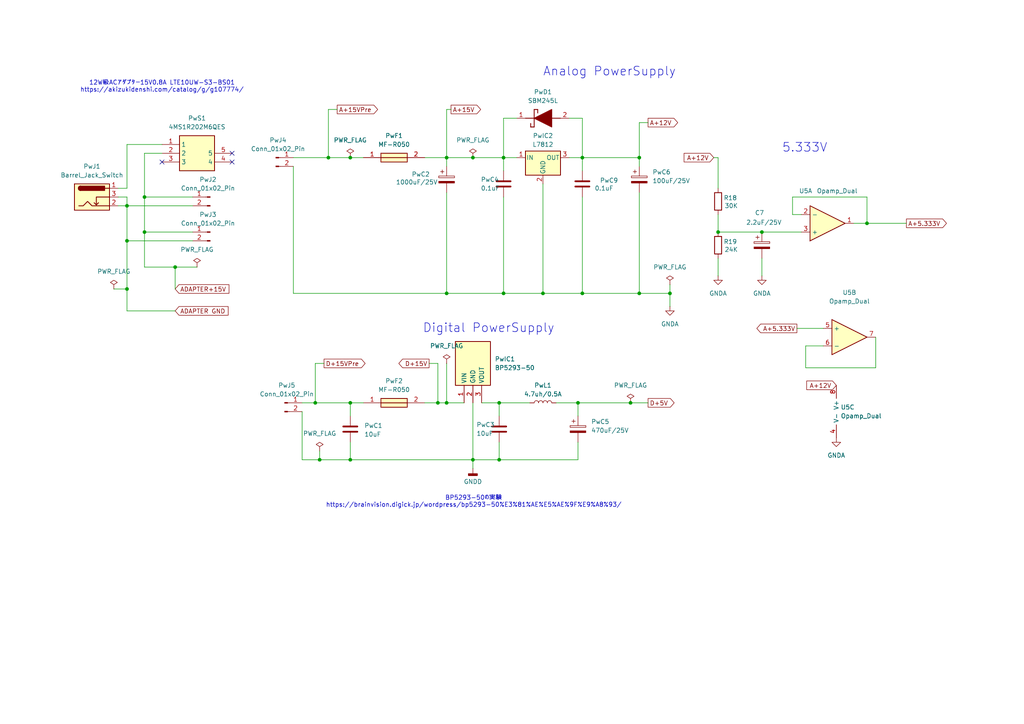
<source format=kicad_sch>
(kicad_sch (version 20231120) (generator "eeschema") (generator_version "8.0")
  (paper "A4")
  (lib_symbols
    (symbol "Connector:Barrel_Jack_Switch" (pin_names hide)
      (property "Reference" "J" (at 0 5.334 0))
      (property "Value" "Barrel_Jack_Switch" (at 0 -5.08 0))
      (symbol "Barrel_Jack_Switch_0_1"
        (rectangle (start -5.08 3.81) (end 5.08 -3.81) (stroke (width 0.254)) (fill (type background)))
        (arc (start -3.302 3.175) (mid -3.9343 2.54) (end -3.302 1.905) (stroke (width 0.254)))
        (arc (start -3.302 3.175) (mid -3.9343 2.54) (end -3.302 1.905) (stroke (width 0.254)) (fill (type outline)))
        (polyline (pts (xy 1.27 -2.286) (xy 1.905 -1.651)) (stroke (width 0.254)))
        (polyline (pts (xy 5.08 2.54) (xy 3.81 2.54)) (stroke (width 0.254)))
        (polyline (pts (xy 5.08 0) (xy 1.27 0) (xy 1.27 -2.286) (xy 0.635 -1.651)) (stroke (width 0.254)))
        (polyline (pts (xy -3.81 -2.54) (xy -2.54 -2.54) (xy -1.27 -1.27) (xy 0 -2.54) (xy 2.54 -2.54) (xy 5.08 -2.54)) (stroke (width 0.254)))
        (rectangle (start 3.683 3.175) (end -3.302 1.905) (stroke (width 0.254)) (fill (type outline)))
      )
      (symbol "Barrel_Jack_Switch_1_1"
        (pin passive line (at 7.62 2.54 180) (length 2.54) (name "~") (number "1"))
        (pin passive line (at 7.62 -2.54 180) (length 2.54) (name "~") (number "2"))
        (pin passive line (at 7.62 0 180) (length 2.54) (name "~") (number "3"))
      )
    )
    (symbol "Connector:Conn_01x02_Pin" (pin_names (offset 1.016) hide)
      (property "Reference" "J" (at 0 2.54 0))
      (property "Value" "Conn_01x02_Pin" (at 0 -5.08 0))
      (symbol "Conn_01x02_Pin_1_1"
        (polyline (pts (xy 1.27 -2.54) (xy 0.8636 -2.54)) (stroke (width 0.1524)))
        (polyline (pts (xy 1.27 0) (xy 0.8636 0)) (stroke (width 0.1524)))
        (rectangle (start 0.8636 -2.413) (end 0 -2.667) (stroke (width 0.1524)) (fill (type outline)))
        (rectangle (start 0.8636 0.127) (end 0 -0.127) (stroke (width 0.1524)) (fill (type outline)))
        (pin passive line (at 5.08 0 180) (length 3.81) (name "Pin_1") (number "1"))
        (pin passive line (at 5.08 -2.54 180) (length 3.81) (name "Pin_2") (number "2"))
      )
    )
    (symbol "Device:C" (pin_numbers hide) (pin_names (offset 0.254))
      (property "Reference" "C" (at 0.635 2.54 0))
      (property "Value" "C" (at 0.635 -2.54 0))
      (symbol "C_0_1"
        (polyline (pts (xy -2.032 -0.762) (xy 2.032 -0.762)) (stroke (width 0.508)))
        (polyline (pts (xy -2.032 0.762) (xy 2.032 0.762)) (stroke (width 0.508)))
      )
      (symbol "C_1_1"
        (pin passive line (at 0 3.81 270) (length 2.794) (name "~") (number "1"))
        (pin passive line (at 0 -3.81 90) (length 2.794) (name "~") (number "2"))
      )
    )
    (symbol "Device:C_Polarized" (pin_numbers hide) (pin_names (offset 0.254))
      (property "Reference" "C" (at 0.635 2.54 0))
      (property "Value" "C_Polarized" (at 0.635 -2.54 0))
      (symbol "C_Polarized_0_1"
        (rectangle (start -2.286 0.508) (end 2.286 1.016))
        (polyline (pts (xy -1.778 2.286) (xy -0.762 2.286)))
        (polyline (pts (xy -1.27 2.794) (xy -1.27 1.778)))
        (rectangle (start 2.286 -0.508) (end -2.286 -1.016) (fill (type outline)))
      )
      (symbol "C_Polarized_1_1"
        (pin passive line (at 0 3.81 270) (length 2.794) (name "~") (number "1"))
        (pin passive line (at 0 -3.81 90) (length 2.794) (name "~") (number "2"))
      )
    )
    (symbol "Device:L" (pin_numbers hide) (pin_names (offset 1.016) hide)
      (property "Reference" "L" (at -1.27 0 90))
      (property "Value" "L" (at 1.905 0 90))
      (symbol "L_0_1"
        (arc (start 0 -2.54) (mid 0.6323 -1.905) (end 0 -1.27))
        (arc (start 0 -1.27) (mid 0.6323 -0.635) (end 0 0))
        (arc (start 0 0) (mid 0.6323 0.635) (end 0 1.27))
        (arc (start 0 1.27) (mid 0.6323 1.905) (end 0 2.54))
      )
      (symbol "L_1_1"
        (pin passive line (at 0 3.81 270) (length 1.27) (name "1") (number "1"))
        (pin passive line (at 0 -3.81 90) (length 1.27) (name "2") (number "2"))
      )
    )
    (symbol "Device:Opamp_Dual"
      (property "Reference" "U" (at 0 5.08 0))
      (property "Value" "Opamp_Dual" (at 0 -5.08 0))
      (symbol "Opamp_Dual_1_1"
        (polyline (pts (xy -5.08 5.08) (xy 5.08 0) (xy -5.08 -5.08) (xy -5.08 5.08)) (stroke (width 0.254)) (fill (type background)))
        (pin output line (at 7.62 0 180) (length 2.54) (name "~") (number "1"))
        (pin input line (at -7.62 -2.54 0) (length 2.54) (name "-") (number "2"))
        (pin input line (at -7.62 2.54 0) (length 2.54) (name "+") (number "3"))
      )
      (symbol "Opamp_Dual_2_1"
        (polyline (pts (xy -5.08 5.08) (xy 5.08 0) (xy -5.08 -5.08) (xy -5.08 5.08)) (stroke (width 0.254)) (fill (type background)))
        (pin input line (at -7.62 2.54 0) (length 2.54) (name "+") (number "5"))
        (pin input line (at -7.62 -2.54 0) (length 2.54) (name "-") (number "6"))
        (pin output line (at 7.62 0 180) (length 2.54) (name "~") (number "7"))
      )
      (symbol "Opamp_Dual_3_1"
        (pin power_in line (at -2.54 -7.62 90) (length 3.81) (name "V-") (number "4"))
        (pin power_in line (at -2.54 7.62 270) (length 3.81) (name "V+") (number "8"))
      )
    )
    (symbol "Device:R" (pin_numbers hide) (pin_names (offset 0))
      (property "Reference" "R" (at 2.032 0 90))
      (property "Value" "R" (at 0 0 90))
      (symbol "R_0_1"
        (rectangle (start -1.016 -2.54) (end 1.016 2.54) (stroke (width 0.254)))
      )
      (symbol "R_1_1"
        (pin passive line (at 0 3.81 270) (length 1.27) (name "~") (number "1"))
        (pin passive line (at 0 -3.81 90) (length 1.27) (name "~") (number "2"))
      )
    )
    (symbol "Regulator_Linear:L7812" (pin_names (offset 0.254))
      (property "Reference" "U" (at -3.81 3.175 0))
      (property "Value" "L7812" (at 0 3.175 0))
      (symbol "L7812_0_1"
        (rectangle (start -5.08 1.905) (end 5.08 -5.08) (stroke (width 0.254)) (fill (type background)))
      )
      (symbol "L7812_1_1"
        (pin power_in line (at -7.62 0 0) (length 2.54) (name "IN") (number "1"))
        (pin power_in line (at 0 -7.62 90) (length 2.54) (name "GND") (number "2"))
        (pin power_out line (at 7.62 0 180) (length 2.54) (name "OUT") (number "3"))
      )
    )
    (symbol "SamacSys_Parts:4MS1R202M6QES"
      (property "Reference" "S" (at 16.51 7.62 0))
      (property "Value" "4MS1R202M6QES" (at 16.51 5.08 0))
      (symbol "4MS1R202M6QES_1_1"
        (rectangle (start 5.08 2.54) (end 15.24 -7.62) (stroke (width 0.254)) (fill (type background)))
        (pin passive line (at 20.32 -5.08 180) (length 5.08) (name "1") (number "1"))
        (pin passive line (at 20.32 -2.54 180) (length 5.08) (name "2") (number "2"))
        (pin passive line (at 20.32 0 180) (length 5.08) (name "3") (number "3"))
        (pin passive line (at 0 0 0) (length 5.08) (name "4") (number "4"))
        (pin passive line (at 0 -2.54 0) (length 5.08) (name "5") (number "5"))
      )
    )
    (symbol "SamacSys_Parts:BP5293-50"
      (property "Reference" "PS" (at 19.05 7.62 0))
      (property "Value" "BP5293-50" (at 19.05 5.08 0))
      (symbol "BP5293-50_1_1"
        (rectangle (start 5.08 2.54) (end 17.78 -7.62) (stroke (width 0.254)) (fill (type background)))
        (pin passive line (at 0 0 0) (length 5.08) (name "VIN") (number "1"))
        (pin passive line (at 0 -2.54 0) (length 5.08) (name "GND") (number "2"))
        (pin passive line (at 0 -5.08 0) (length 5.08) (name "VOUT") (number "3"))
      )
    )
    (symbol "SamacSys_Parts:MF-R050" (pin_names hide)
      (property "Reference" "F" (at 13.97 6.35 0))
      (property "Value" "MF-R050" (at 13.97 3.81 0))
      (symbol "MF-R050_1_1"
        (polyline (pts (xy 5.08 0) (xy 12.7 0)) (stroke (width 0.254)))
        (rectangle (start 5.08 1.27) (end 12.7 -1.27) (stroke (width 0.254)) (fill (type background)))
        (pin passive line (at 0 0 0) (length 5.08) (name "1") (number "1"))
        (pin passive line (at 17.78 0 180) (length 5.08) (name "2") (number "2"))
      )
    )
    (symbol "SamacSys_Parts:SBM245L" (pin_names hide)
      (property "Reference" "D" (at 12.7 8.89 0))
      (property "Value" "SBM245L" (at 12.7 6.35 0))
      (symbol "SBM245L_1_1"
        (polyline (pts (xy 5.08 0) (xy 7.62 0)) (stroke (width 0.254)))
        (polyline (pts (xy 6.604 -1.524) (xy 6.604 -2.54)) (stroke (width 0.254)))
        (polyline (pts (xy 7.62 -2.54) (xy 6.604 -2.54)) (stroke (width 0.254)))
        (polyline (pts (xy 7.62 2.54) (xy 7.62 -2.54)) (stroke (width 0.254)))
        (polyline (pts (xy 7.62 2.54) (xy 8.636 2.54)) (stroke (width 0.254)))
        (polyline (pts (xy 8.636 1.524) (xy 8.636 2.54)) (stroke (width 0.254)))
        (polyline (pts (xy 12.7 0) (xy 15.24 0)) (stroke (width 0.254)))
        (polyline (pts (xy 7.62 0) (xy 12.7 2.54) (xy 12.7 -2.54) (xy 7.62 0)) (stroke (width 0.254)) (fill (type outline)))
        (pin passive line (at 2.54 0 0) (length 2.54) (name "K") (number "1"))
        (pin passive line (at 17.78 0 180) (length 2.54) (name "A") (number "2"))
      )
    )
    (symbol "power:GNDA" (power) (pin_numbers hide) (pin_names (offset 0) hide)
      (property "Value" "GNDA" (at 0 -3.81 0))
      (symbol "GNDA_0_1"
        (polyline (pts (xy 0 0) (xy 0 -1.27) (xy 1.27 -1.27) (xy 0 -2.54) (xy -1.27 -1.27) (xy 0 -1.27)))
      )
      (symbol "GNDA_1_1"
        (pin power_in line (at 0 0 270) (length 0) (name "~") (number "1"))
      )
    )
    (symbol "power:GNDD" (power) (pin_numbers hide) (pin_names (offset 0) hide)
      (property "Value" "GNDD" (at 0 -3.175 0))
      (symbol "GNDD_0_1"
        (rectangle (start -1.27 -1.524) (end 1.27 -2.032) (stroke (width 0.254)) (fill (type outline)))
        (polyline (pts (xy 0 0) (xy 0 -1.524)))
      )
      (symbol "GNDD_1_1"
        (pin power_in line (at 0 0 270) (length 0) (name "~") (number "1"))
      )
    )
    (symbol "power:PWR_FLAG" (power) (pin_numbers hide) (pin_names (offset 0) hide)
      (property "Value" "PWR_FLAG" (at 0 3.81 0))
      (symbol "PWR_FLAG_0_0"
        (pin power_out line (at 0 0 90) (length 0) (name "~") (number "1"))
      )
      (symbol "PWR_FLAG_0_1"
        (polyline (pts (xy 0 0) (xy 0 1.27) (xy -1.016 1.905) (xy 0 2.54) (xy 1.016 1.905) (xy 0 1.27)))
      )
    )
  )
  (junction (at 185.42 45.72))
  (junction (at 101.6 133.35))
  (junction (at 36.83 83.82))
  (junction (at 157.48 85.09))
  (junction (at 36.83 69.85))
  (junction (at 251.46 64.77))
  (junction (at 101.6 45.72))
  (junction (at 146.05 85.09))
  (junction (at 127 116.84))
  (junction (at 129.54 116.84))
  (junction (at 185.42 85.09))
  (junction (at 144.78 133.35))
  (junction (at 36.83 59.69))
  (junction (at 101.6 116.84))
  (junction (at 50.8 77.47))
  (junction (at 208.28 67.31))
  (junction (at 194.31 85.09))
  (junction (at 168.91 45.72))
  (junction (at 220.98 67.31))
  (junction (at 129.54 45.72))
  (junction (at 41.91 67.31))
  (junction (at 41.91 57.15))
  (junction (at 91.44 116.84))
  (junction (at 144.78 116.84))
  (junction (at 137.16 133.35))
  (junction (at 146.05 45.72))
  (junction (at 168.91 85.09))
  (junction (at 137.16 45.72))
  (junction (at 129.54 85.09))
  (junction (at 95.25 45.72))
  (junction (at 182.88 116.84))
  (junction (at 92.71 133.35))
  (junction (at 167.64 116.84))
  (no_connect (at 46.99 46.99))
  (no_connect (at 67.31 46.99))
  (no_connect (at 67.31 44.45))
  (wire (pts (xy 146.05 45.72) (xy 146.05 49.53)))
  (wire (pts (xy 167.64 116.84) (xy 161.29 116.84)))
  (wire (pts (xy 129.54 55.88) (xy 129.54 85.09)))
  (wire (pts (xy 167.64 120.65) (xy 167.64 116.84)))
  (wire (pts (xy 165.1 45.72) (xy 168.91 45.72)))
  (wire (pts (xy 129.54 105.41) (xy 129.54 116.84)))
  (wire (pts (xy 129.54 85.09) (xy 146.05 85.09)))
  (wire (pts (xy 130.81 31.75) (xy 129.54 31.75)))
  (wire (pts (xy 185.42 55.88) (xy 185.42 85.09)))
  (wire (pts (xy 92.71 130.81) (xy 92.71 133.35)))
  (wire (pts (xy 41.91 57.15) (xy 41.91 67.31)))
  (wire (pts (xy 95.25 45.72) (xy 101.6 45.72)))
  (wire (pts (xy 91.44 105.41) (xy 91.44 116.84)))
  (wire (pts (xy 185.42 48.26) (xy 185.42 45.72)))
  (wire (pts (xy 101.6 133.35) (xy 137.16 133.35)))
  (wire (pts (xy 149.86 34.29) (xy 146.05 34.29)))
  (wire (pts (xy 194.31 88.9) (xy 194.31 85.09)))
  (wire (pts (xy 247.65 64.77) (xy 251.46 64.77)))
  (wire (pts (xy 33.02 83.82) (xy 36.83 83.82)))
  (wire (pts (xy 34.29 57.15) (xy 36.83 57.15)))
  (wire (pts (xy 168.91 85.09) (xy 185.42 85.09)))
  (wire (pts (xy 36.83 90.17) (xy 36.83 83.82)))
  (wire (pts (xy 41.91 44.45) (xy 41.91 57.15)))
  (wire (pts (xy 34.29 59.69) (xy 36.83 59.69)))
  (wire (pts (xy 185.42 85.09) (xy 194.31 85.09)))
  (wire (pts (xy 95.25 31.75) (xy 95.25 45.72)))
  (wire (pts (xy 233.68 100.33) (xy 233.68 106.68)))
  (wire (pts (xy 137.16 116.84) (xy 137.16 133.35)))
  (wire (pts (xy 168.91 45.72) (xy 168.91 49.53)))
  (wire (pts (xy 36.83 41.91) (xy 46.99 41.91)))
  (wire (pts (xy 36.83 54.61) (xy 36.83 41.91)))
  (wire (pts (xy 129.54 48.26) (xy 129.54 45.72)))
  (wire (pts (xy 41.91 67.31) (xy 41.91 77.47)))
  (wire (pts (xy 149.86 45.72) (xy 146.05 45.72)))
  (wire (pts (xy 41.91 57.15) (xy 55.88 57.15)))
  (wire (pts (xy 168.91 45.72) (xy 168.91 34.29)))
  (wire (pts (xy 182.88 116.84) (xy 187.96 116.84)))
  (wire (pts (xy 185.42 35.56) (xy 185.42 45.72)))
  (wire (pts (xy 36.83 69.85) (xy 55.88 69.85)))
  (wire (pts (xy 137.16 133.35) (xy 144.78 133.35)))
  (wire (pts (xy 36.83 57.15) (xy 36.83 59.69)))
  (wire (pts (xy 97.79 31.75) (xy 95.25 31.75)))
  (wire (pts (xy 50.8 77.47) (xy 57.15 77.47)))
  (wire (pts (xy 101.6 116.84) (xy 105.41 116.84)))
  (wire (pts (xy 101.6 128.27) (xy 101.6 133.35)))
  (wire (pts (xy 137.16 133.35) (xy 137.16 135.89)))
  (wire (pts (xy 146.05 57.15) (xy 146.05 85.09)))
  (wire (pts (xy 168.91 34.29) (xy 165.1 34.29)))
  (wire (pts (xy 254 97.79) (xy 254 106.68)))
  (wire (pts (xy 101.6 45.72) (xy 105.41 45.72)))
  (wire (pts (xy 50.8 90.17) (xy 36.83 90.17)))
  (wire (pts (xy 233.68 106.68) (xy 254 106.68)))
  (wire (pts (xy 146.05 85.09) (xy 157.48 85.09)))
  (wire (pts (xy 85.09 45.72) (xy 95.25 45.72)))
  (wire (pts (xy 187.96 35.56) (xy 185.42 35.56)))
  (wire (pts (xy 251.46 64.77) (xy 262.89 64.77)))
  (wire (pts (xy 139.7 116.84) (xy 144.78 116.84)))
  (wire (pts (xy 144.78 133.35) (xy 167.64 133.35)))
  (wire (pts (xy 41.91 67.31) (xy 55.88 67.31)))
  (wire (pts (xy 46.99 44.45) (xy 41.91 44.45)))
  (wire (pts (xy 208.28 67.31) (xy 220.98 67.31)))
  (wire (pts (xy 220.98 74.93) (xy 220.98 80.01)))
  (wire (pts (xy 220.98 67.31) (xy 232.41 67.31)))
  (wire (pts (xy 144.78 116.84) (xy 153.67 116.84)))
  (wire (pts (xy 87.63 133.35) (xy 92.71 133.35)))
  (wire (pts (xy 127 105.41) (xy 127 116.84)))
  (wire (pts (xy 129.54 85.09) (xy 85.09 85.09)))
  (wire (pts (xy 167.64 133.35) (xy 167.64 128.27)))
  (wire (pts (xy 87.63 116.84) (xy 91.44 116.84)))
  (wire (pts (xy 157.48 53.34) (xy 157.48 85.09)))
  (wire (pts (xy 168.91 57.15) (xy 168.91 85.09)))
  (wire (pts (xy 124.46 105.41) (xy 127 105.41)))
  (wire (pts (xy 157.48 85.09) (xy 168.91 85.09)))
  (wire (pts (xy 85.09 85.09) (xy 85.09 48.26)))
  (wire (pts (xy 36.83 69.85) (xy 36.83 59.69)))
  (wire (pts (xy 229.87 62.23) (xy 232.41 62.23)))
  (wire (pts (xy 167.64 116.84) (xy 182.88 116.84)))
  (wire (pts (xy 93.98 105.41) (xy 91.44 105.41)))
  (wire (pts (xy 36.83 83.82) (xy 36.83 69.85)))
  (wire (pts (xy 123.19 45.72) (xy 129.54 45.72)))
  (wire (pts (xy 238.76 100.33) (xy 233.68 100.33)))
  (wire (pts (xy 127 116.84) (xy 129.54 116.84)))
  (wire (pts (xy 91.44 116.84) (xy 101.6 116.84)))
  (wire (pts (xy 129.54 45.72) (xy 137.16 45.72)))
  (wire (pts (xy 231.14 95.25) (xy 238.76 95.25)))
  (wire (pts (xy 129.54 31.75) (xy 129.54 45.72)))
  (wire (pts (xy 36.83 59.69) (xy 55.88 59.69)))
  (wire (pts (xy 168.91 45.72) (xy 185.42 45.72)))
  (wire (pts (xy 144.78 128.27) (xy 144.78 133.35)))
  (wire (pts (xy 251.46 64.77) (xy 251.46 57.15)))
  (wire (pts (xy 208.28 45.72) (xy 208.28 54.61)))
  (wire (pts (xy 137.16 45.72) (xy 146.05 45.72)))
  (wire (pts (xy 251.46 57.15) (xy 229.87 57.15)))
  (wire (pts (xy 87.63 119.38) (xy 87.63 133.35)))
  (wire (pts (xy 146.05 34.29) (xy 146.05 45.72)))
  (wire (pts (xy 101.6 116.84) (xy 101.6 120.65)))
  (wire (pts (xy 34.29 54.61) (xy 36.83 54.61)))
  (wire (pts (xy 208.28 45.72) (xy 207.01 45.72)))
  (wire (pts (xy 50.8 77.47) (xy 41.91 77.47)))
  (wire (pts (xy 144.78 116.84) (xy 144.78 120.65)))
  (wire (pts (xy 208.28 62.23) (xy 208.28 67.31)))
  (wire (pts (xy 229.87 57.15) (xy 229.87 62.23)))
  (wire (pts (xy 194.31 82.55) (xy 194.31 85.09)))
  (wire (pts (xy 92.71 133.35) (xy 101.6 133.35)))
  (wire (pts (xy 208.28 74.93) (xy 208.28 80.01)))
  (wire (pts (xy 123.19 116.84) (xy 127 116.84)))
  (wire (pts (xy 129.54 116.84) (xy 134.62 116.84)))
  (wire (pts (xy 50.8 77.47) (xy 50.8 83.82)))
  (text "12W級ACアダプター15V0.8A LTE10UW-S3-BS01\nhttps://akizukidenshi.com/catalog/g/g107774/\n" (at 46.99 25.146 0) (effects (font (size 1.27 1.27))))
  (text "Analog PowerSupply" (at 176.784 20.828 0) (effects (font (size 2.54 2.54))))
  (text "5.333V" (at 233.426 42.926 0) (effects (font (size 2.54 2.54))))
  (text "BP5293-50の実験\nhttps://brainvision.digick.jp/wordpress/bp5293-50%E3%81%AE%E5%AE%9F%E9%A8%93/" (at 137.414 145.542 0) (effects (font (size 1.27 1.27))))
  (text "" (at 32.004 43.942 0) (effects (font (size 1.27 1.27))))
  (text "Digital PowerSupply" (at 141.732 95.25 0) (effects (font (size 2.54 2.54))))
  (global_label "D+15VPre" (shape output) (at 93.98 105.41 0) (property "Intersheetrefs" "${INTERSHEET_REFS}" (effects (hide yes))))
  (global_label "A+12V" (shape input) (at 207.01 45.72 180) (property "Intersheetrefs" "${INTERSHEET_REFS}" (effects (hide yes))))
  (global_label "A+15VPre" (shape output) (at 97.79 31.75 0) (property "Intersheetrefs" "${INTERSHEET_REFS}" (effects (hide yes))))
  (global_label "A+12V" (shape input) (at 242.57 111.76 180) (property "Intersheetrefs" "${INTERSHEET_REFS}" (effects (hide yes))))
  (global_label "ADAPTER+15V" (shape input) (at 50.8 83.82 0) (property "Intersheetrefs" "${INTERSHEET_REFS}" (effects (hide yes))))
  (global_label "A+5.333V" (shape output) (at 231.14 95.25 180) (property "Intersheetrefs" "${INTERSHEET_REFS}" (effects (hide yes))))
  (global_label "ADAPTER GND" (shape input) (at 50.8 90.17 0) (property "Intersheetrefs" "${INTERSHEET_REFS}" (effects (hide yes))))
  (global_label "A+12V" (shape output) (at 187.96 35.56 0) (property "Intersheetrefs" "${INTERSHEET_REFS}" (effects (hide yes))))
  (global_label "A+5.333V" (shape output) (at 262.89 64.77 0) (property "Intersheetrefs" "${INTERSHEET_REFS}" (effects (hide yes))))
  (global_label "A+15V" (shape output) (at 130.81 31.75 0) (property "Intersheetrefs" "${INTERSHEET_REFS}" (effects (hide yes))))
  (global_label "D+15V" (shape output) (at 124.46 105.41 180) (property "Intersheetrefs" "${INTERSHEET_REFS}" (effects (hide yes))))
  (global_label "D+5V" (shape output) (at 187.96 116.84 0) (property "Intersheetrefs" "${INTERSHEET_REFS}" (effects (hide yes))))
  (symbol (lib_id "Connector:Conn_01x02_Pin") (at 60.96 57.15 0) (mirror y) (unit 1)
    (property "Reference" "PwJ2" (at 60.325 52.07 0))
    (property "Value" "Conn_01x02_Pin" (at 60.325 54.61 0))
    (property "Footprint" "Connector_PinHeader_2.54mm:PinHeader_1x02_P2.54mm_Vertical" (effects (hide yes)))
    (property "Description" "Generic connector, single row, 01x02, script generated" (effects (hide yes)))
  )
  (symbol (lib_id "Device:Opamp_Dual") (at 245.11 119.38 0) (unit 3)
    (property "Reference" "U5" (at 243.84 118.1099 0) (effects (justify left)))
    (property "Value" "Opamp_Dual" (at 243.84 120.6499 0) (effects (justify left)))
    (property "Footprint" "Package_DIP:DIP-8_W7.62mm_LongPads" (effects (hide yes)))
    (property "Description" "Dual operational amplifier" (effects (hide yes)))
    (property "Sim.Library" "${KICAD7_SYMBOL_DIR}/Simulation_SPICE.sp" (effects (hide yes)))
    (property "Sim.Name" "kicad_builtin_opamp_dual" (effects (hide yes)))
    (property "Sim.Device" "SUBCKT" (effects (hide yes)))
    (property "Sim.Pins" "1=out1 2=in1- 3=in1+ 4=vee 5=in2+ 6=in2- 7=out2 8=vcc" (effects (hide yes)))
  )
  (symbol (lib_id "power:GNDA") (at 194.31 88.9 0) (unit 1)
    (property "Reference" "#PWR018" (effects (hide yes)))
    (property "Value" "GNDA" (at 194.31 93.98 0))
    (property "Description" "Power symbol creates a global label with name \"GNDA\" , analog ground" (effects (hide yes)))
  )
  (symbol (lib_id "Connector:Conn_01x02_Pin") (at 80.01 45.72 0) (unit 1)
    (property "Reference" "PwJ4" (at 80.645 40.64 0))
    (property "Value" "Conn_01x02_Pin" (at 80.645 43.18 0))
    (property "Footprint" "Connector_PinHeader_2.54mm:PinHeader_1x02_P2.54mm_Vertical" (effects (hide yes)))
    (property "Description" "Generic connector, single row, 01x02, script generated" (effects (hide yes)))
  )
  (symbol (lib_id "Connector:Conn_01x02_Pin") (at 60.96 67.31 0) (mirror y) (unit 1)
    (property "Reference" "PwJ3" (at 60.325 62.23 0))
    (property "Value" "Conn_01x02_Pin" (at 60.325 64.77 0))
    (property "Footprint" "Connector_PinHeader_2.54mm:PinHeader_1x02_P2.54mm_Vertical" (effects (hide yes)))
    (property "Description" "Generic connector, single row, 01x02, script generated" (effects (hide yes)))
  )
  (symbol (lib_id "Device:R") (at 208.28 71.12 180) (unit 1)
    (property "Reference" "R19" (at 211.836 70.104 0))
    (property "Value" "24K" (at 212.09 72.39 0))
    (property "Footprint" "Resistor_THT:R_Axial_DIN0207_L6.3mm_D2.5mm_P2.54mm_Vertical" (effects (hide yes)))
    (property "Description" "Resistor" (effects (hide yes)))
  )
  (symbol (lib_id "Device:Opamp_Dual") (at 246.38 97.79 0) (unit 2)
    (property "Reference" "U5" (at 246.38 84.836 0))
    (property "Value" "Opamp_Dual" (at 246.38 87.376 0))
    (property "Footprint" "Package_DIP:DIP-8_W7.62mm_LongPads" (effects (hide yes)))
    (property "Description" "Dual operational amplifier" (effects (hide yes)))
    (property "Sim.Library" "${KICAD7_SYMBOL_DIR}/Simulation_SPICE.sp" (effects (hide yes)))
    (property "Sim.Name" "kicad_builtin_opamp_dual" (effects (hide yes)))
    (property "Sim.Device" "SUBCKT" (effects (hide yes)))
    (property "Sim.Pins" "1=out1 2=in1- 3=in1+ 4=vee 5=in2+ 6=in2- 7=out2 8=vcc" (effects (hide yes)))
  )
  (symbol (lib_id "power:PWR_FLAG") (at 182.88 116.84 0) (unit 1)
    (property "Reference" "#FLG09" (effects (hide yes)))
    (property "Value" "PWR_FLAG" (at 182.88 111.76 0))
    (property "Description" "Special symbol for telling ERC where power comes from" (effects (hide yes)))
  )
  (symbol (lib_id "Device:C_Polarized") (at 185.42 52.07 0) (unit 1)
    (property "Reference" "PwC6" (at 189.23 49.9109 0) (effects (justify left)))
    (property "Value" "100uF/25V" (at 189.23 52.4509 0) (effects (justify left)))
    (property "Footprint" "Capacitor_THT:CP_Radial_D5.0mm_P2.50mm" (effects (hide yes)))
    (property "Description" "Polarized capacitor" (effects (hide yes)))
  )
  (symbol (lib_id "power:GNDA") (at 208.28 80.01 0) (unit 1)
    (property "Reference" "#PWR049" (effects (hide yes)))
    (property "Value" "GNDA" (at 208.28 85.09 0))
    (property "Description" "Power symbol creates a global label with name \"GNDA\" , analog ground" (effects (hide yes)))
  )
  (symbol (lib_id "Device:R") (at 208.28 58.42 180) (unit 1)
    (property "Reference" "R18" (at 211.836 57.404 0))
    (property "Value" "30K" (at 212.09 59.69 0))
    (property "Footprint" "Resistor_THT:R_Axial_DIN0207_L6.3mm_D2.5mm_P2.54mm_Vertical" (effects (hide yes)))
    (property "Description" "Resistor" (effects (hide yes)))
  )
  (symbol (lib_id "power:PWR_FLAG") (at 92.71 130.81 0) (unit 1)
    (property "Reference" "#FLG06" (effects (hide yes)))
    (property "Value" "PWR_FLAG" (at 92.71 125.73 0))
    (property "Description" "Special symbol for telling ERC where power comes from" (effects (hide yes)))
  )
  (symbol (lib_id "power:GNDA") (at 242.57 127 0) (unit 1)
    (property "Reference" "#PWR051" (effects (hide yes)))
    (property "Value" "GNDA" (at 242.57 132.08 0))
    (property "Description" "Power symbol creates a global label with name \"GNDA\" , analog ground" (effects (hide yes)))
  )
  (symbol (lib_id "Device:C") (at 101.6 124.46 0) (unit 1)
    (property "Reference" "PwC1" (at 105.664 123.444 0) (effects (justify left)))
    (property "Value" "10uF" (at 105.664 125.984 0) (effects (justify left)))
    (property "Footprint" "Capacitor_THT:C_Disc_D5.1mm_W3.2mm_P5.00mm" (effects (hide yes)))
    (property "Description" "Unpolarized capacitor" (effects (hide yes)))
  )
  (symbol (lib_id "Device:C") (at 168.91 53.34 0) (unit 1)
    (property "Reference" "PwC9" (at 173.99 52.324 0) (effects (justify left)))
    (property "Value" "0.1uF" (at 172.466 54.61 0) (effects (justify left)))
    (property "Footprint" "Capacitor_THT:C_Disc_D5.1mm_W3.2mm_P5.00mm" (effects (hide yes)))
    (property "Description" "Unpolarized capacitor" (effects (hide yes)))
  )
  (symbol (lib_id "SamacSys_Parts:SBM245L") (at 147.32 34.29 0) (unit 1)
    (property "Reference" "PwD1" (at 157.48 26.67 0))
    (property "Value" "SBM245L" (at 157.48 29.21 0))
    (property "Footprint" "Diode_THT:D_DO-41_SOD81_P5.08mm_Vertical_AnodeUp" (effects (hide yes)))
    (property "Datasheet" "https://www.panjit.com.tw/en/Product/downloadPDF/SBM245L" (effects (hide yes)))
    (property "Description" "Super Schottky (LowVF) - SBM245L, 45V, 2A, DO-41" (effects (hide yes)))
    (property "Manufacturer_Name" "PANJIT" (effects (hide yes)))
    (property "Manufacturer_Part_Number" "SBM245L" (effects (hide yes)))
  )
  (symbol (lib_id "power:GNDA") (at 220.98 80.01 0) (unit 1)
    (property "Reference" "#PWR050" (effects (hide yes)))
    (property "Value" "GNDA" (at 220.98 85.09 0))
    (property "Description" "Power symbol creates a global label with name \"GNDA\" , analog ground" (effects (hide yes)))
  )
  (symbol (lib_id "SamacSys_Parts:MF-R050") (at 105.41 45.72 0) (unit 1)
    (property "Reference" "PwF1" (at 114.3 39.37 0))
    (property "Value" "MF-R050" (at 114.3 41.91 0))
    (property "Footprint" "SamacSys_Parts:MFR050" (effects (hide yes)))
    (property "Datasheet" "https://www.bourns.com/pdfs/mfr.pdf" (effects (hide yes)))
    (property "Description" "Bourns 0.5A Hold current, Radial Leaded PCB Mount Resettable Fuse, 60V" (effects (hide yes)))
    (property "Height" "13.7" (effects (hide yes)))
    (property "Manufacturer_Name" "Bourns" (effects (hide yes)))
    (property "Manufacturer_Part_Number" "MF-R050" (effects (hide yes)))
    (property "Mouser Part Number" "652-MFR050" (effects (hide yes)))
    (property "Mouser Price/Stock" "https://www.mouser.co.uk/ProductDetail/Bourns/MF-R050?qs=A6omU7D3gEWzJRzbTsuTwA%3D%3D" (effects (hide yes)))
    (property "Arrow Part Number" "MF-R050" (effects (hide yes)))
    (property "Arrow Price/Stock" "https://www.arrow.com/en/products/mf-r050/bourns?region=europe" (effects (hide yes)))
  )
  (symbol (lib_id "Device:C_Polarized") (at 167.64 124.46 0) (unit 1)
    (property "Reference" "PwC5" (at 171.45 122.3009 0) (effects (justify left)))
    (property "Value" "470uF/25V" (at 171.45 124.8409 0) (effects (justify left)))
    (property "Footprint" "Capacitor_THT:CP_Radial_D5.0mm_P2.50mm" (effects (hide yes)))
    (property "Description" "Polarized capacitor" (effects (hide yes)))
  )
  (symbol (lib_id "Device:C_Polarized") (at 220.98 71.12 0) (unit 1)
    (property "Reference" "C7" (at 218.948 61.722 0) (effects (justify left)))
    (property "Value" "2.2uF/25V" (at 216.408 64.516 0) (effects (justify left)))
    (property "Footprint" "Capacitor_THT:CP_Radial_D5.0mm_P2.50mm" (effects (hide yes)))
    (property "Description" "Polarized capacitor" (effects (hide yes)))
  )
  (symbol (lib_id "Connector:Conn_01x02_Pin") (at 82.55 116.84 0) (unit 1)
    (property "Reference" "PwJ5" (at 83.185 111.76 0))
    (property "Value" "Conn_01x02_Pin" (at 83.185 114.3 0))
    (property "Footprint" "Connector_PinHeader_2.54mm:PinHeader_1x02_P2.54mm_Vertical" (effects (hide yes)))
    (property "Description" "Generic connector, single row, 01x02, script generated" (effects (hide yes)))
  )
  (symbol (lib_id "Device:C_Polarized") (at 129.54 52.07 0) (unit 1)
    (property "Reference" "PwC2" (at 119.38 50.546 0) (effects (justify left)))
    (property "Value" "1000uF/25V" (at 114.808 52.832 0) (effects (justify left)))
    (property "Footprint" "Capacitor_THT:CP_Radial_D10.0mm_P5.00mm" (effects (hide yes)))
    (property "Description" "Polarized capacitor" (effects (hide yes)))
  )
  (symbol (lib_id "SamacSys_Parts:MF-R050") (at 105.41 116.84 0) (unit 1)
    (property "Reference" "PwF2" (at 114.3 110.49 0))
    (property "Value" "MF-R050" (at 114.3 113.03 0))
    (property "Footprint" "SamacSys_Parts:MFR050" (effects (hide yes)))
    (property "Datasheet" "https://www.bourns.com/pdfs/mfr.pdf" (effects (hide yes)))
    (property "Description" "Bourns 0.5A Hold current, Radial Leaded PCB Mount Resettable Fuse, 60V" (effects (hide yes)))
    (property "Height" "13.7" (effects (hide yes)))
    (property "Manufacturer_Name" "Bourns" (effects (hide yes)))
    (property "Manufacturer_Part_Number" "MF-R050" (effects (hide yes)))
    (property "Mouser Part Number" "652-MFR050" (effects (hide yes)))
    (property "Mouser Price/Stock" "https://www.mouser.co.uk/ProductDetail/Bourns/MF-R050?qs=A6omU7D3gEWzJRzbTsuTwA%3D%3D" (effects (hide yes)))
    (property "Arrow Part Number" "MF-R050" (effects (hide yes)))
    (property "Arrow Price/Stock" "https://www.arrow.com/en/products/mf-r050/bourns?region=europe" (effects (hide yes)))
  )
  (symbol (lib_id "power:GNDD") (at 137.16 135.89 0) (unit 1)
    (property "Reference" "#PWR017" (effects (hide yes)))
    (property "Value" "GNDD" (at 137.16 139.7 0))
    (property "Description" "Power symbol creates a global label with name \"GNDD\" , digital ground" (effects (hide yes)))
  )
  (symbol (lib_id "power:PWR_FLAG") (at 57.15 77.47 0) (unit 1)
    (property "Reference" "#FLG05" (effects (hide yes)))
    (property "Value" "PWR_FLAG" (at 57.15 72.39 0))
    (property "Description" "Special symbol for telling ERC where power comes from" (effects (hide yes)))
  )
  (symbol (lib_id "Device:C") (at 146.05 53.34 0) (unit 1)
    (property "Reference" "PwC4" (at 139.446 52.07 0) (effects (justify left)))
    (property "Value" "0.1uF" (at 139.446 54.61 0) (effects (justify left)))
    (property "Footprint" "Capacitor_THT:C_Disc_D5.1mm_W3.2mm_P5.00mm" (effects (hide yes)))
    (property "Description" "Unpolarized capacitor" (effects (hide yes)))
  )
  (symbol (lib_id "power:PWR_FLAG") (at 33.02 83.82 0) (unit 1)
    (property "Reference" "#FLG04" (effects (hide yes)))
    (property "Value" "PWR_FLAG" (at 33.02 78.74 0))
    (property "Description" "Special symbol for telling ERC where power comes from" (effects (hide yes)))
  )
  (symbol (lib_id "Device:L") (at 157.48 116.84 90) (unit 1)
    (property "Reference" "PwL1" (at 157.48 111.76 90))
    (property "Value" "4.7uh/0.5A" (at 157.48 114.3 90))
    (property "Footprint" "Resistor_THT:R_Axial_DIN0207_L6.3mm_D2.5mm_P7.62mm_Horizontal" (effects (hide yes)))
    (property "Description" "Inductor" (effects (hide yes)))
  )
  (symbol (lib_id "power:PWR_FLAG") (at 137.16 45.72 0) (unit 1)
    (property "Reference" "#FLG08" (effects (hide yes)))
    (property "Value" "PWR_FLAG" (at 137.16 40.64 0))
    (property "Description" "Special symbol for telling ERC where power comes from" (effects (hide yes)))
  )
  (symbol (lib_id "SamacSys_Parts:BP5293-50") (at 134.62 116.84 90) (unit 1)
    (property "Reference" "PwIC1" (at 143.51 104.1399 90) (effects (justify right)))
    (property "Value" "BP5293-50" (at 143.51 106.6799 90) (effects (justify right)))
    (property "Footprint" "TO254P570X1700X1780-3P" (effects (hide yes)))
    (property "Datasheet" "https://componentsearchengine.com/Datasheets/1/BP5293-50.pdf" (effects (hide yes)))
    (property "Description" "Switching Voltage Regulators 1ch DC/DC Buck Conv 5V Typ Output Volt" (effects (hide yes)))
    (property "Height" "5.7" (effects (hide yes)))
    (property "Manufacturer_Name" "ROHM Semiconductor" (effects (hide yes)))
    (property "Manufacturer_Part_Number" "BP5293-50" (effects (hide yes)))
    (property "Mouser Part Number" "755-BP5293-50" (effects (hide yes)))
    (property "Mouser Price/Stock" "https://www.mouser.co.uk/ProductDetail/ROHM-Semiconductor/BP5293-50?qs=qNnCIBFEAwE%252B35FXtIeyRA%3D%3D" (effects (hide yes)))
  )
  (symbol (lib_id "Device:C") (at 144.78 124.46 0) (unit 1)
    (property "Reference" "PwC3" (at 138.176 123.19 0) (effects (justify left)))
    (property "Value" "10uF" (at 138.176 125.73 0) (effects (justify left)))
    (property "Footprint" "Capacitor_THT:C_Disc_D5.1mm_W3.2mm_P5.00mm" (effects (hide yes)))
    (property "Description" "Unpolarized capacitor" (effects (hide yes)))
  )
  (symbol (lib_id "Connector:Barrel_Jack_Switch") (at 26.67 57.15 0) (unit 1)
    (property "Reference" "PwJ1" (at 26.67 48.26 0))
    (property "Value" "Barrel_Jack_Switch" (at 26.67 50.8 0))
    (property "Footprint" "Connector_BarrelJack:BarrelJack_Horizontal" (effects (hide yes)))
    (property "Description" "DC Barrel Jack with an internal switch" (effects (hide yes)))
  )
  (symbol (lib_id "power:PWR_FLAG") (at 101.6 45.72 0) (unit 1)
    (property "Reference" "#FLG012" (effects (hide yes)))
    (property "Value" "PWR_FLAG" (at 101.6 40.64 0))
    (property "Description" "Special symbol for telling ERC where power comes from" (effects (hide yes)))
  )
  (symbol (lib_id "Regulator_Linear:L7812") (at 157.48 45.72 0) (unit 1)
    (property "Reference" "PwIC2" (at 157.48 39.37 0))
    (property "Value" "L7812" (at 157.48 41.91 0))
    (property "Footprint" "Package_TO_SOT_THT:TO-220-3_Horizontal_TabDown" (effects (hide yes)))
    (property "Datasheet" "http://www.st.com/content/ccc/resource/technical/document/datasheet/41/4f/b3/b0/12/d4/47/88/CD00000444.pdf/files/CD00000444.pdf/jcr:content/translations/en.CD00000444.pdf" (effects (hide yes)))
    (property "Description" "Positive 1.5A 35V Linear Regulator, Fixed Output 12V, TO-220/TO-263/TO-252" (effects (hide yes)))
  )
  (symbol (lib_id "power:PWR_FLAG") (at 129.54 105.41 0) (unit 1)
    (property "Reference" "#FLG07" (effects (hide yes)))
    (property "Value" "PWR_FLAG" (at 129.54 100.33 0))
    (property "Description" "Special symbol for telling ERC where power comes from" (effects (hide yes)))
  )
  (symbol (lib_id "SamacSys_Parts:4MS1R202M6QES") (at 67.31 46.99 180) (unit 1)
    (property "Reference" "PwS1" (at 57.15 34.29 0))
    (property "Value" "4MS1R202M6QES" (at 57.15 36.83 0))
    (property "Footprint" "SamacSys_Parts:4MS1R202M6QES" (effects (hide yes)))
    (property "Description" "Black SPDT Rocker Switch, On-On, 3 A @ 120 V ac +85C -30C 7.11mm 15.75mm" (effects (hide yes)))
    (property "Height" "5.84" (effects (hide yes)))
    (property "Manufacturer_Name" "RS Pro" (effects (hide yes)))
    (property "Manufacturer_Part_Number" "4MS1R202M6QES" (effects (hide yes)))
  )
  (symbol (lib_id "power:PWR_FLAG") (at 194.31 82.55 0) (unit 1)
    (property "Reference" "#FLG010" (effects (hide yes)))
    (property "Value" "PWR_FLAG" (at 194.31 77.47 0))
    (property "Description" "Special symbol for telling ERC where power comes from" (effects (hide yes)))
  )
  (symbol (lib_id "Device:Opamp_Dual") (at 240.03 64.77 0) (mirror x) (unit 1)
    (property "Reference" "U5" (at 233.68 55.372 0))
    (property "Value" "Opamp_Dual" (at 242.824 55.372 0))
    (property "Footprint" "Package_DIP:DIP-8_W7.62mm_LongPads" (effects (hide yes)))
    (property "Description" "Dual operational amplifier" (effects (hide yes)))
    (property "Sim.Library" "${KICAD7_SYMBOL_DIR}/Simulation_SPICE.sp" (effects (hide yes)))
    (property "Sim.Name" "kicad_builtin_opamp_dual" (effects (hide yes)))
    (property "Sim.Device" "SUBCKT" (effects (hide yes)))
    (property "Sim.Pins" "1=out1 2=in1- 3=in1+ 4=vee 5=in2+ 6=in2- 7=out2 8=vcc" (effects (hide yes)))
  )
)
</source>
